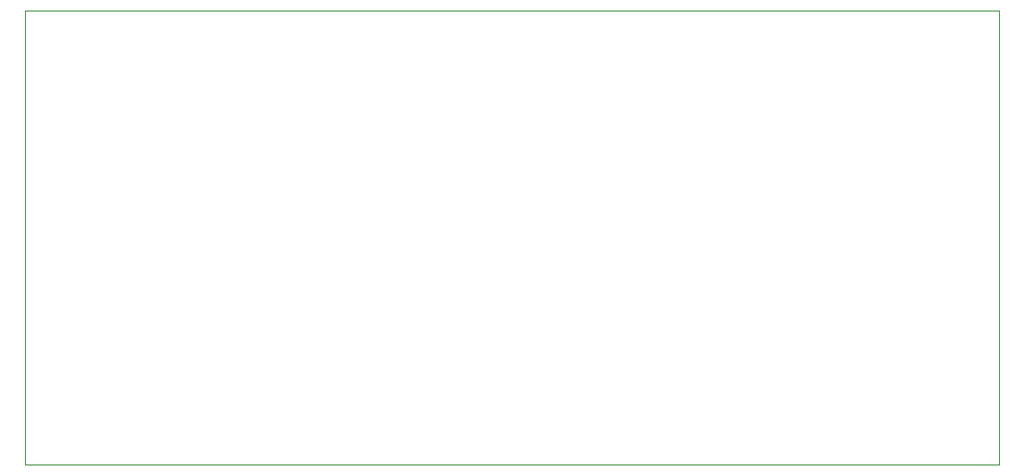
<source format=gm1>
G04 #@! TF.GenerationSoftware,KiCad,Pcbnew,(5.1.2)-1*
G04 #@! TF.CreationDate,2019-05-27T11:12:31-07:00*
G04 #@! TF.ProjectId,Aidan PCB,41696461-6e20-4504-9342-2e6b69636164,rev?*
G04 #@! TF.SameCoordinates,Original*
G04 #@! TF.FileFunction,Profile,NP*
%FSLAX46Y46*%
G04 Gerber Fmt 4.6, Leading zero omitted, Abs format (unit mm)*
G04 Created by KiCad (PCBNEW (5.1.2)-1) date 2019-05-27 11:12:31*
%MOMM*%
%LPD*%
G04 APERTURE LIST*
%ADD10C,0.050000*%
G04 APERTURE END LIST*
D10*
X41000000Y-111000000D02*
X41000000Y-71000000D01*
X127000000Y-111000000D02*
X41000000Y-111000000D01*
X127000000Y-71000000D02*
X127000000Y-111000000D01*
X41000000Y-71000000D02*
X127000000Y-71000000D01*
M02*

</source>
